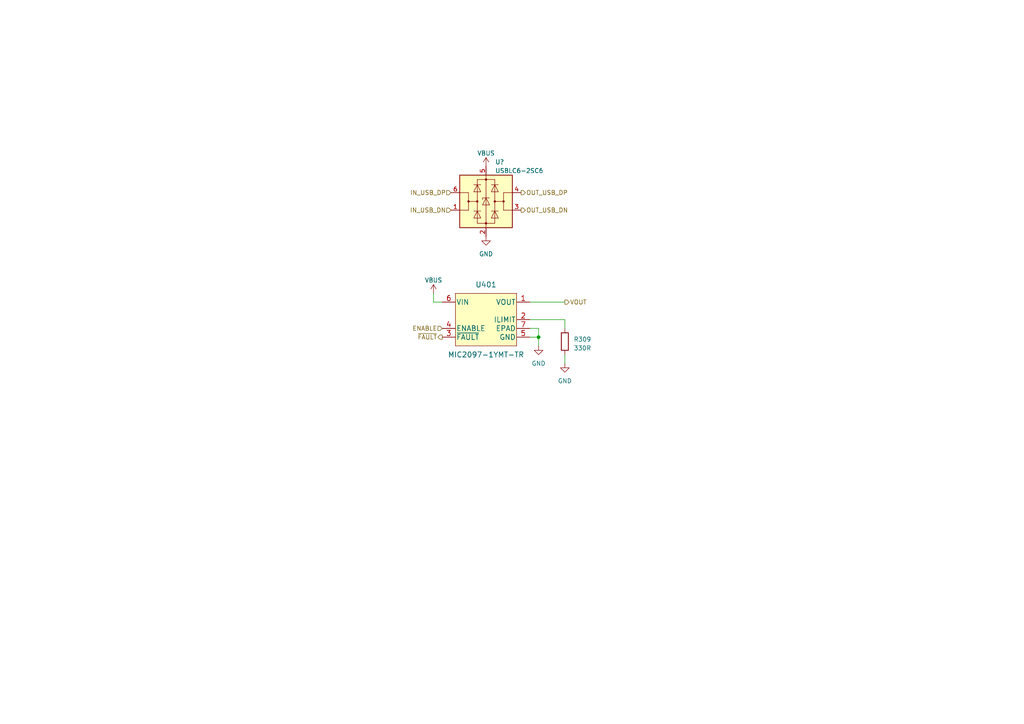
<source format=kicad_sch>
(kicad_sch (version 20221206) (generator eeschema)
  (paper "A4")
  (lib_symbols
    (symbol "2usb:MIC2097-1YMT-TR" (pin_names (offset 0.254))
      (property "Reference" "U" (at 0 9.525 0))
      (property "Value" "MIC2097-1YMT-TR" (at 0 -10.16 0))
      (symbol "MIC2097-1YMT-TR_1_1"
        (rectangle (start -8.89 7.62) (end 8.89 -7.62) (fill (type background)))
        (pin output line (at 12.7 5.08 180) (length 3.81) (name "VOUT") (number "1"))
        (pin input line (at 12.7 0 180) (length 3.81) (name "ILIMIT") (number "2"))
        (pin output line (at -12.7 -5.08 0) (length 3.81) (name "~{FAULT}") (number "3"))
        (pin input line (at -12.7 -2.54 0) (length 3.81) (name "ENABLE") (number "4"))
        (pin power_in line (at 12.7 -5.08 180) (length 3.81) (name "GND") (number "5"))
        (pin input line (at -12.7 5.08 0) (length 3.81) (name "VIN") (number "6"))
        (pin unspecified line (at 12.7 -2.54 180) (length 3.81) (name "EPAD") (number "7"))
      )
    )
    (symbol "Device:R" (pin_numbers hide) (pin_names (offset 0))
      (property "Reference" "R" (at 2.032 0 90))
      (property "Value" "R" (at 0 0 90))
      (symbol "R_0_1"
        (rectangle (start -1.016 -2.54) (end 1.016 2.54) (stroke (width 0.254)))
      )
      (symbol "R_1_1"
        (pin passive line (at 0 3.81 270) (length 1.27) (name "~") (number "1"))
        (pin passive line (at 0 -3.81 90) (length 1.27) (name "~") (number "2"))
      )
    )
    (symbol "Power_Protection:USBLC6-2SC6" (pin_names hide)
      (property "Reference" "U" (at 2.54 8.89 0))
      (property "Value" "USBLC6-2SC6" (at 2.54 -8.89 0))
      (symbol "USBLC6-2SC6_0_1"
        (rectangle (start -7.62 -7.62) (end 7.62 7.62) (stroke (width 0.254)) (fill (type background)))
        (circle (center -5.08 0) (radius 0.254) (fill (type outline)))
        (circle (center -2.54 0) (radius 0.254) (fill (type outline)))
        (rectangle (start -2.54 6.35) (end 2.54 -6.35))
        (circle (center 0 -6.35) (radius 0.254) (fill (type outline)))
        (polyline (pts (xy -5.08 -2.54) (xy -7.62 -2.54)))
        (polyline (pts (xy -5.08 0) (xy -5.08 -2.54)))
        (polyline (pts (xy -5.08 2.54) (xy -7.62 2.54)))
        (polyline (pts (xy -1.524 -2.794) (xy -3.556 -2.794)))
        (polyline (pts (xy -1.524 4.826) (xy -3.556 4.826)))
        (polyline (pts (xy 0 -7.62) (xy 0 -6.35)))
        (polyline (pts (xy 0 -6.35) (xy 0 1.27)))
        (polyline (pts (xy 0 1.27) (xy 0 6.35)))
        (polyline (pts (xy 0 6.35) (xy 0 7.62)))
        (polyline (pts (xy 1.524 -2.794) (xy 3.556 -2.794)))
        (polyline (pts (xy 1.524 4.826) (xy 3.556 4.826)))
        (polyline (pts (xy 5.08 -2.54) (xy 7.62 -2.54)))
        (polyline (pts (xy 5.08 0) (xy 5.08 -2.54)))
        (polyline (pts (xy 5.08 2.54) (xy 7.62 2.54)))
        (polyline (pts (xy -2.54 0) (xy -5.08 0) (xy -5.08 2.54)))
        (polyline (pts (xy 2.54 0) (xy 5.08 0) (xy 5.08 2.54)))
        (polyline (pts (xy -3.556 -4.826) (xy -1.524 -4.826) (xy -2.54 -2.794) (xy -3.556 -4.826)))
        (polyline (pts (xy -3.556 2.794) (xy -1.524 2.794) (xy -2.54 4.826) (xy -3.556 2.794)))
        (polyline (pts (xy -1.016 -1.016) (xy 1.016 -1.016) (xy 0 1.016) (xy -1.016 -1.016)))
        (polyline (pts (xy 1.016 1.016) (xy 0.762 1.016) (xy -1.016 1.016) (xy -1.016 0.508)))
        (polyline (pts (xy 3.556 -4.826) (xy 1.524 -4.826) (xy 2.54 -2.794) (xy 3.556 -4.826)))
        (polyline (pts (xy 3.556 2.794) (xy 1.524 2.794) (xy 2.54 4.826) (xy 3.556 2.794)))
        (circle (center 0 6.35) (radius 0.254) (fill (type outline)))
        (circle (center 2.54 0) (radius 0.254) (fill (type outline)))
        (circle (center 5.08 0) (radius 0.254) (fill (type outline)))
      )
      (symbol "USBLC6-2SC6_1_1"
        (pin passive line (at -10.16 -2.54 0) (length 2.54) (name "I/O1") (number "1"))
        (pin passive line (at 0 -10.16 90) (length 2.54) (name "GND") (number "2"))
        (pin passive line (at 10.16 -2.54 180) (length 2.54) (name "I/O2") (number "3"))
        (pin passive line (at 10.16 2.54 180) (length 2.54) (name "I/O2") (number "4"))
        (pin passive line (at 0 10.16 270) (length 2.54) (name "VBUS") (number "5"))
        (pin passive line (at -10.16 2.54 0) (length 2.54) (name "I/O1") (number "6"))
      )
    )
    (symbol "power:GND" (power) (pin_names (offset 0))
      (property "Value" "GND" (at 0 -3.81 0))
      (symbol "GND_0_1"
        (polyline (pts (xy 0 0) (xy 0 -1.27) (xy 1.27 -1.27) (xy 0 -2.54) (xy -1.27 -1.27) (xy 0 -1.27)))
      )
      (symbol "GND_1_1"
        (pin power_in line (at 0 0 270) (length 0) hide (name "GND") (number "1"))
      )
    )
    (symbol "power:VBUS" (power) (pin_names (offset 0))
      (property "Value" "VBUS" (at 0 3.81 0))
      (symbol "VBUS_0_1"
        (polyline (pts (xy -0.762 1.27) (xy 0 2.54)))
        (polyline (pts (xy 0 0) (xy 0 2.54)))
        (polyline (pts (xy 0 2.54) (xy 0.762 1.27)))
      )
      (symbol "VBUS_1_1"
        (pin power_in line (at 0 0 90) (length 0) hide (name "VBUS") (number "1"))
      )
    )
  )
  (junction (at 156.21 97.79))
  (wire (pts (xy 153.67 87.63) (xy 163.83 87.63)))
  (wire (pts (xy 125.73 85.09) (xy 125.73 87.63)))
  (wire (pts (xy 153.67 97.79) (xy 156.21 97.79)))
  (wire (pts (xy 163.83 92.71) (xy 163.83 95.25)))
  (wire (pts (xy 156.21 97.79) (xy 156.21 100.33)))
  (wire (pts (xy 156.21 95.25) (xy 156.21 97.79)))
  (wire (pts (xy 153.67 95.25) (xy 156.21 95.25)))
  (wire (pts (xy 128.27 87.63) (xy 125.73 87.63)))
  (wire (pts (xy 163.83 102.87) (xy 163.83 105.41)))
  (wire (pts (xy 153.67 92.71) (xy 163.83 92.71)))
  (hierarchical_label "OUT_USB_DP" (shape output) (at 151.13 55.88 0))
  (hierarchical_label "ENABLE" (shape input) (at 128.27 95.25 180))
  (hierarchical_label "IN_USB_DN" (shape input) (at 130.81 60.96 180))
  (hierarchical_label "OUT_USB_DN" (shape output) (at 151.13 60.96 0))
  (hierarchical_label "~{FAULT}" (shape output) (at 128.27 97.79 180))
  (hierarchical_label "VOUT" (shape output) (at 163.83 87.63 0))
  (hierarchical_label "IN_USB_DP" (shape input) (at 130.81 55.88 180))
  (symbol (lib_id "power:GND") (at 140.97 68.58 0) (unit 1)
    (property "Reference" "#PWR?" (effects hide))
    (property "Value" "GND" (at 140.97 73.66 0))
  )
  (symbol (lib_id "Device:R") (at 163.83 99.06 0) (unit 1)
    (property "Reference" "R309" (at 166.37 98.425 0) (effects (justify left)))
    (property "Value" "330R" (at 166.37 100.965 0) (effects (justify left)))
    (property "Footprint" "Resistor_SMD:R_0201_0603Metric" (effects hide))
    (instances (project "2usbc" (path "" (reference "R309") (unit 1)) (path "" (reference "R401") (unit 1))))
  )
  (symbol (lib_id "power:GND") (at 163.83 105.41 0) (unit 1)
    (property "Reference" "#PWR?" (effects hide))
    (property "Value" "GND" (at 163.83 110.49 0))
    (instances (project "2usbc" (path "" (reference "#PWR?") (unit 1)) (path "" (reference "#PWR0403") (unit 1))))
  )
  (symbol (lib_id "power:VBUS") (at 125.73 85.09 0) (unit 1)
    (property "Reference" "#PWR?" (effects hide))
    (property "Value" "VBUS" (at 125.73 81.28 0))
    (instances (project "2usbc" (path "" (reference "#PWR?") (unit 1)) (path "" (reference "#PWR0401") (unit 1))))
  )
  (symbol (lib_id "power:VBUS") (at 140.97 48.26 0) (unit 1)
    (property "Reference" "#PWR?" (effects hide))
    (property "Value" "VBUS" (at 140.97 44.45 0))
  )
  (symbol (lib_id "Power_Protection:USBLC6-2SC6") (at 140.97 58.42 0) (unit 1)
    (property "Reference" "U?" (at 143.6117 46.99 0) (effects (justify left)))
    (property "Value" "USBLC6-2SC6" (at 143.6117 49.53 0) (effects (justify left)))
    (property "Footprint" "Package_TO_SOT_SMD:SOT-23-6" (effects hide))
    (property "Datasheet" "https://www.st.com/resource/en/datasheet/usblc6-2.pdf" (effects hide))
  )
  (symbol (lib_id "2usb:MIC2097-1YMT-TR") (at 140.97 92.71 0) (unit 1)
    (property "Reference" "U401" (at 140.97 82.55 0) (effects (font (size 1.524 1.524))))
    (property "Value" "MIC2097-1YMT-TR" (at 140.97 102.87 0) (effects (font (size 1.524 1.524))))
    (property "Footprint" "2usb:MIC2097-1YMT-TR" (effects hide))
    (property "Datasheet" "https://ww1.microchip.com/downloads/en/DeviceDoc/mic2095.pdf" (effects hide))
  )
  (symbol (lib_id "power:GND") (at 156.21 100.33 0) (unit 1)
    (property "Reference" "#PWR?" (effects hide))
    (property "Value" "GND" (at 156.21 105.41 0))
    (instances (project "2usbc" (path "" (reference "#PWR?") (unit 1)) (path "" (reference "#PWR0402") (unit 1))))
  )
)
</source>
